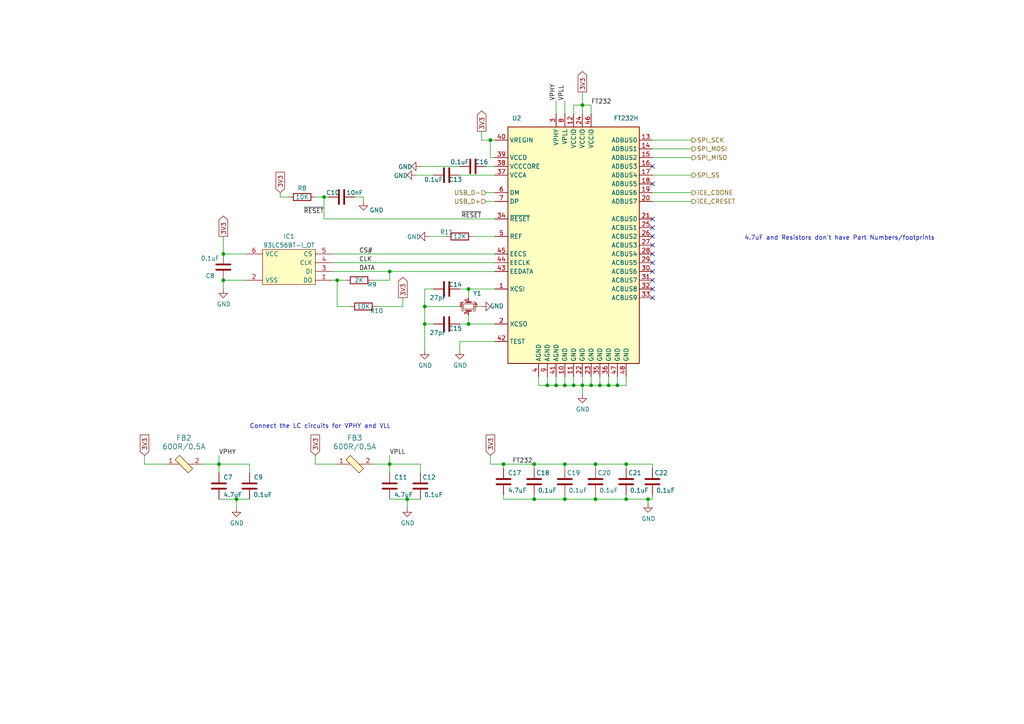
<source format=kicad_sch>
(kicad_sch (version 20211123) (generator eeschema)
  (paper "A4")
  (lib_symbols
    (symbol "93LC56BT-I_OT:93LC56BT-I_OT" (pin_names (offset 0.762))
      (property "Reference" "IC" (at -7.62 8.89 0))
      (property "Value" "93LC56BT-I_OT" (at -7.62 6.35 0))
      (symbol "93LC56BT-I_OT_0_0"
        (pin passive line (at 12.7 -3.81 180) (length 5.08) (name "DO") (number "1"))
        (pin passive line (at -12.7 -3.81 0) (length 5.08) (name "VSS") (number "2"))
        (pin passive line (at 12.7 -1.27 180) (length 5.08) (name "DI") (number "3"))
        (pin passive line (at 12.7 1.27 180) (length 5.08) (name "CLK") (number "4"))
        (pin passive line (at 12.7 3.81 180) (length 5.08) (name "CS") (number "5"))
        (pin passive line (at -12.7 3.81 0) (length 5.08) (name "VCC") (number "6"))
      )
      (symbol "93LC56BT-I_OT_0_1"
        (rectangle (start -7.62 5.08) (end 7.62 -5.08) (stroke (width 0.1524)) (fill (type background)))
      )
    )
    (symbol "Device:C" (pin_numbers hide) (pin_names (offset 0.254))
      (property "Reference" "C" (at 0.635 2.54 0))
      (property "Value" "C" (at 0.635 -2.54 0))
      (symbol "C_0_1"
        (polyline (pts (xy -2.032 -0.762) (xy 2.032 -0.762)) (stroke (width 0.508)))
        (polyline (pts (xy -2.032 0.762) (xy 2.032 0.762)) (stroke (width 0.508)))
      )
      (symbol "C_1_1"
        (pin passive line (at 0 3.81 270) (length 2.794) (name "~") (number "1"))
        (pin passive line (at 0 -3.81 90) (length 2.794) (name "~") (number "2"))
      )
    )
    (symbol "Device:Crystal_GND24_Small" (pin_names (offset 1.016) hide)
      (property "Reference" "Y" (at 1.27 4.445 0))
      (property "Value" "Crystal_GND24_Small" (at 1.27 2.54 0))
      (symbol "Crystal_GND24_Small_0_1"
        (rectangle (start -0.762 -1.524) (end 0.762 1.524))
        (polyline (pts (xy -1.27 -0.762) (xy -1.27 0.762)) (stroke (width 0.381)))
        (polyline (pts (xy 1.27 -0.762) (xy 1.27 0.762)) (stroke (width 0.381)))
        (polyline (pts (xy -1.27 -1.27) (xy -1.27 -1.905) (xy 1.27 -1.905) (xy 1.27 -1.27)))
        (polyline (pts (xy -1.27 1.27) (xy -1.27 1.905) (xy 1.27 1.905) (xy 1.27 1.27)))
      )
      (symbol "Crystal_GND24_Small_1_1"
        (pin passive line (at -2.54 0 0) (length 1.27) (name "1") (number "1"))
        (pin passive line (at 0 -2.54 90) (length 0.635) (name "2") (number "2"))
        (pin passive line (at 2.54 0 180) (length 1.27) (name "3") (number "3"))
        (pin passive line (at 0 2.54 270) (length 0.635) (name "4") (number "4"))
      )
    )
    (symbol "Device:R" (pin_numbers hide) (pin_names (offset 0))
      (property "Reference" "R" (at 2.032 0 90))
      (property "Value" "R" (at 0 0 90))
      (symbol "R_0_1"
        (rectangle (start -1.016 -2.54) (end 1.016 2.54) (stroke (width 0.254)))
      )
      (symbol "R_1_1"
        (pin passive line (at 0 3.81 270) (length 1.27) (name "~") (number "1"))
        (pin passive line (at 0 -3.81 90) (length 1.27) (name "~") (number "2"))
      )
    )
    (symbol "Interface_USB:FT232H"
      (property "Reference" "U" (at -19.05 35.56 0))
      (property "Value" "FT232H" (at 12.7 35.56 0))
      (symbol "FT232H_0_1"
        (rectangle (start -19.05 34.29) (end 19.05 -34.29) (stroke (width 0.254)) (fill (type background)))
      )
      (symbol "FT232H_1_1"
        (pin input line (at -22.86 -12.7 0) (length 3.81) (name "XCSI") (number "1"))
        (pin power_in line (at -2.54 -38.1 90) (length 3.81) (name "GND") (number "10"))
        (pin power_in line (at 0 -38.1 90) (length 3.81) (name "GND") (number "11"))
        (pin power_in line (at 0 38.1 270) (length 3.81) (name "VCCIO") (number "12"))
        (pin bidirectional line (at 22.86 30.48 180) (length 3.81) (name "ADBUS0") (number "13"))
        (pin bidirectional line (at 22.86 27.94 180) (length 3.81) (name "ADBUS1") (number "14"))
        (pin bidirectional line (at 22.86 25.4 180) (length 3.81) (name "ADBUS2") (number "15"))
        (pin bidirectional line (at 22.86 22.86 180) (length 3.81) (name "ADBUS3") (number "16"))
        (pin bidirectional line (at 22.86 20.32 180) (length 3.81) (name "ADBUS4") (number "17"))
        (pin bidirectional line (at 22.86 17.78 180) (length 3.81) (name "ADBUS5") (number "18"))
        (pin bidirectional line (at 22.86 15.24 180) (length 3.81) (name "ADBUS6") (number "19"))
        (pin output line (at -22.86 -22.86 0) (length 3.81) (name "XCSO") (number "2"))
        (pin bidirectional line (at 22.86 12.7 180) (length 3.81) (name "ADBUS7") (number "20"))
        (pin bidirectional line (at 22.86 7.62 180) (length 3.81) (name "ACBUS0") (number "21"))
        (pin power_in line (at 2.54 -38.1 90) (length 3.81) (name "GND") (number "22"))
        (pin power_in line (at 5.08 -38.1 90) (length 3.81) (name "GND") (number "23"))
        (pin power_in line (at 2.54 38.1 270) (length 3.81) (name "VCCIO") (number "24"))
        (pin bidirectional line (at 22.86 5.08 180) (length 3.81) (name "ACBUS1") (number "25"))
        (pin bidirectional line (at 22.86 2.54 180) (length 3.81) (name "ACBUS2") (number "26"))
        (pin bidirectional line (at 22.86 0 180) (length 3.81) (name "ACBUS3") (number "27"))
        (pin bidirectional line (at 22.86 -2.54 180) (length 3.81) (name "ACBUS4") (number "28"))
        (pin bidirectional line (at 22.86 -5.08 180) (length 3.81) (name "ACBUS5") (number "29"))
        (pin power_in line (at -5.08 38.1 270) (length 3.81) (name "VPHY") (number "3"))
        (pin bidirectional line (at 22.86 -7.62 180) (length 3.81) (name "ACBUS6") (number "30"))
        (pin bidirectional line (at 22.86 -10.16 180) (length 3.81) (name "ACBUS7") (number "31"))
        (pin bidirectional line (at 22.86 -12.7 180) (length 3.81) (name "ACBUS8") (number "32"))
        (pin bidirectional line (at 22.86 -15.24 180) (length 3.81) (name "ACBUS9") (number "33"))
        (pin input line (at -22.86 7.62 0) (length 3.81) (name "~{RESET}") (number "34"))
        (pin power_in line (at 7.62 -38.1 90) (length 3.81) (name "GND") (number "35"))
        (pin power_in line (at 10.16 -38.1 90) (length 3.81) (name "GND") (number "36"))
        (pin power_out line (at -22.86 20.32 0) (length 3.81) (name "VCCA") (number "37"))
        (pin power_out line (at -22.86 22.86 0) (length 3.81) (name "VCCCORE") (number "38"))
        (pin power_in line (at -22.86 25.4 0) (length 3.81) (name "VCCD") (number "39"))
        (pin power_in line (at -10.16 -38.1 90) (length 3.81) (name "AGND") (number "4"))
        (pin power_in line (at -22.86 30.48 0) (length 3.81) (name "VREGIN") (number "40"))
        (pin power_in line (at -5.08 -38.1 90) (length 3.81) (name "AGND") (number "41"))
        (pin input line (at -22.86 -27.94 0) (length 3.81) (name "TEST") (number "42"))
        (pin bidirectional line (at -22.86 -7.62 0) (length 3.81) (name "EEDATA") (number "43"))
        (pin input line (at -22.86 -5.08 0) (length 3.81) (name "EECLK") (number "44"))
        (pin input line (at -22.86 -2.54 0) (length 3.81) (name "EECS") (number "45"))
        (pin power_in line (at 5.08 38.1 270) (length 3.81) (name "VCCIO") (number "46"))
        (pin power_in line (at 12.7 -38.1 90) (length 3.81) (name "GND") (number "47"))
        (pin power_in line (at 15.24 -38.1 90) (length 3.81) (name "GND") (number "48"))
        (pin input line (at -22.86 2.54 0) (length 3.81) (name "REF") (number "5"))
        (pin bidirectional line (at -22.86 15.24 0) (length 3.81) (name "DM") (number "6"))
        (pin bidirectional line (at -22.86 12.7 0) (length 3.81) (name "DP") (number "7"))
        (pin power_in line (at -2.54 38.1 270) (length 3.81) (name "VPLL") (number "8"))
        (pin power_in line (at -7.62 -38.1 90) (length 3.81) (name "AGND") (number "9"))
      )
    )
    (symbol "dk_Ferrite-Beads-and-Chips:BLM18AG601SN1D" (pin_names (offset 1.016))
      (property "Reference" "FB" (at -2.54 3.81 0))
      (property "Value" "BLM18AG601SN1D" (at 0 -3.81 0))
      (symbol "BLM18AG601SN1D_0_1"
        (polyline (pts (xy -1.27 0) (xy -2.54 0)))
        (polyline (pts (xy 1.27 0) (xy 2.54 0)))
        (polyline (pts (xy -1.27 2.54) (xy -2.54 1.27) (xy 1.27 -2.54) (xy 2.54 -1.27) (xy -1.27 2.54)) (fill (type background)))
      )
      (symbol "BLM18AG601SN1D_1_1"
        (pin passive line (at -5.08 0 0) (length 2.54) (name "~") (number "1"))
        (pin passive line (at 5.08 0 180) (length 2.54) (name "~") (number "2"))
      )
    )
    (symbol "power:GND" (power) (pin_names (offset 0))
      (property "Value" "GND" (at 0 -3.81 0))
      (symbol "GND_0_1"
        (polyline (pts (xy 0 0) (xy 0 -1.27) (xy 1.27 -1.27) (xy 0 -2.54) (xy -1.27 -1.27) (xy 0 -1.27)))
      )
      (symbol "GND_1_1"
        (pin power_in line (at 0 0 270) (length 0) hide (name "GND") (number "1"))
      )
    )
  )
  (junction (at 64.77 81.28))
  (junction (at 172.72 144.78))
  (junction (at 64.77 73.66))
  (junction (at 97.79 81.28))
  (junction (at 146.05 134.62))
  (junction (at 113.03 134.62))
  (junction (at 187.96 144.78))
  (junction (at 163.83 144.78))
  (junction (at 123.19 88.9))
  (junction (at 171.45 111.76))
  (junction (at 176.53 111.76))
  (junction (at 181.61 134.62))
  (junction (at 168.91 30.48))
  (junction (at 68.58 144.78))
  (junction (at 173.99 111.76))
  (junction (at 154.94 144.78))
  (junction (at 93.98 57.15))
  (junction (at 163.83 134.62))
  (junction (at 154.94 134.62))
  (junction (at 142.24 40.64))
  (junction (at 113.03 78.74))
  (junction (at 135.89 93.98))
  (junction (at 163.83 111.76))
  (junction (at 166.37 111.76))
  (junction (at 168.91 111.76))
  (junction (at 118.11 144.78))
  (junction (at 158.75 111.76))
  (junction (at 161.29 111.76))
  (junction (at 63.5 134.62))
  (junction (at 123.19 93.98))
  (junction (at 179.07 111.76))
  (junction (at 181.61 144.78))
  (junction (at 172.72 134.62))
  (junction (at 135.89 83.82))
  (no_connect (at 189.23 83.82))
  (no_connect (at 189.23 63.5))
  (no_connect (at 189.23 48.26))
  (no_connect (at 189.23 68.58))
  (no_connect (at 189.23 86.36))
  (no_connect (at 189.23 73.66))
  (no_connect (at 189.23 76.2))
  (no_connect (at 189.23 53.34))
  (no_connect (at 189.23 78.74))
  (no_connect (at 189.23 81.28))
  (no_connect (at 189.23 71.12))
  (no_connect (at 189.23 66.04))
  (wire (pts (xy 181.61 144.78) (xy 187.96 144.78)))
  (wire (pts (xy 142.24 45.72) (xy 142.24 40.64)))
  (wire (pts (xy 118.11 144.78) (xy 118.11 147.32)))
  (wire (pts (xy 64.77 68.58) (xy 64.77 73.66)))
  (wire (pts (xy 166.37 33.02) (xy 166.37 30.48)))
  (wire (pts (xy 181.61 111.76) (xy 181.61 109.22)))
  (wire (pts (xy 58.42 134.62) (xy 63.5 134.62)))
  (wire (pts (xy 91.44 57.15) (xy 93.98 57.15)))
  (wire (pts (xy 189.23 134.62) (xy 181.61 134.62)))
  (wire (pts (xy 143.51 40.64) (xy 142.24 40.64)))
  (wire (pts (xy 171.45 33.02) (xy 171.45 30.48)))
  (wire (pts (xy 123.19 93.98) (xy 123.19 101.6)))
  (wire (pts (xy 93.98 57.15) (xy 95.25 57.15)))
  (wire (pts (xy 187.96 144.78) (xy 189.23 144.78)))
  (wire (pts (xy 93.98 57.15) (xy 93.98 63.5)))
  (wire (pts (xy 135.89 91.44) (xy 135.89 93.98)))
  (wire (pts (xy 139.7 40.64) (xy 139.7 38.1)))
  (wire (pts (xy 166.37 111.76) (xy 168.91 111.76)))
  (wire (pts (xy 172.72 135.89) (xy 172.72 134.62)))
  (wire (pts (xy 135.89 93.98) (xy 133.35 93.98)))
  (wire (pts (xy 146.05 144.78) (xy 154.94 144.78)))
  (wire (pts (xy 139.7 88.9) (xy 138.43 88.9)))
  (wire (pts (xy 120.65 50.8) (xy 125.73 50.8)))
  (wire (pts (xy 163.83 143.51) (xy 163.83 144.78)))
  (wire (pts (xy 176.53 111.76) (xy 179.07 111.76)))
  (wire (pts (xy 143.51 93.98) (xy 135.89 93.98)))
  (wire (pts (xy 107.95 134.62) (xy 113.03 134.62)))
  (wire (pts (xy 163.83 135.89) (xy 163.83 134.62)))
  (wire (pts (xy 96.52 78.74) (xy 113.03 78.74)))
  (wire (pts (xy 163.83 144.78) (xy 172.72 144.78)))
  (wire (pts (xy 121.92 137.16) (xy 121.92 134.62)))
  (wire (pts (xy 63.5 134.62) (xy 63.5 132.08)))
  (wire (pts (xy 102.87 57.15) (xy 105.41 57.15)))
  (wire (pts (xy 168.91 111.76) (xy 168.91 114.3)))
  (wire (pts (xy 81.28 57.15) (xy 83.82 57.15)))
  (wire (pts (xy 189.23 144.78) (xy 189.23 143.51)))
  (wire (pts (xy 189.23 58.42) (xy 200.66 58.42)))
  (wire (pts (xy 161.29 109.22) (xy 161.29 111.76)))
  (wire (pts (xy 158.75 109.22) (xy 158.75 111.76)))
  (wire (pts (xy 143.51 45.72) (xy 142.24 45.72)))
  (wire (pts (xy 187.96 144.78) (xy 187.96 146.05)))
  (wire (pts (xy 133.35 99.06) (xy 133.35 101.6)))
  (wire (pts (xy 168.91 30.48) (xy 166.37 30.48)))
  (wire (pts (xy 189.23 50.8) (xy 200.66 50.8)))
  (wire (pts (xy 72.39 137.16) (xy 72.39 134.62)))
  (wire (pts (xy 171.45 109.22) (xy 171.45 111.76)))
  (wire (pts (xy 121.92 48.26) (xy 133.35 48.26)))
  (wire (pts (xy 133.35 99.06) (xy 143.51 99.06)))
  (wire (pts (xy 181.61 143.51) (xy 181.61 144.78)))
  (wire (pts (xy 146.05 134.62) (xy 154.94 134.62)))
  (wire (pts (xy 154.94 134.62) (xy 163.83 134.62)))
  (wire (pts (xy 146.05 135.89) (xy 146.05 134.62)))
  (wire (pts (xy 142.24 134.62) (xy 146.05 134.62)))
  (wire (pts (xy 142.24 132.08) (xy 142.24 134.62)))
  (wire (pts (xy 123.19 88.9) (xy 123.19 93.98)))
  (wire (pts (xy 154.94 144.78) (xy 163.83 144.78)))
  (wire (pts (xy 72.39 134.62) (xy 63.5 134.62)))
  (wire (pts (xy 71.12 81.28) (xy 64.77 81.28)))
  (wire (pts (xy 158.75 111.76) (xy 161.29 111.76)))
  (wire (pts (xy 163.83 111.76) (xy 166.37 111.76)))
  (wire (pts (xy 68.58 144.78) (xy 68.58 147.32)))
  (wire (pts (xy 168.91 33.02) (xy 168.91 30.48)))
  (wire (pts (xy 63.5 134.62) (xy 63.5 137.16)))
  (wire (pts (xy 168.91 109.22) (xy 168.91 111.76)))
  (wire (pts (xy 173.99 109.22) (xy 173.99 111.76)))
  (wire (pts (xy 163.83 33.02) (xy 163.83 29.21)))
  (wire (pts (xy 107.95 81.28) (xy 113.03 81.28)))
  (wire (pts (xy 156.21 109.22) (xy 156.21 111.76)))
  (wire (pts (xy 137.16 68.58) (xy 143.51 68.58)))
  (wire (pts (xy 189.23 45.72) (xy 200.66 45.72)))
  (wire (pts (xy 179.07 111.76) (xy 181.61 111.76)))
  (wire (pts (xy 163.83 134.62) (xy 172.72 134.62)))
  (wire (pts (xy 168.91 111.76) (xy 171.45 111.76)))
  (wire (pts (xy 123.19 83.82) (xy 123.19 88.9)))
  (wire (pts (xy 113.03 144.78) (xy 118.11 144.78)))
  (wire (pts (xy 124.46 68.58) (xy 129.54 68.58)))
  (wire (pts (xy 97.79 81.28) (xy 97.79 88.9)))
  (wire (pts (xy 121.92 144.78) (xy 118.11 144.78)))
  (wire (pts (xy 91.44 132.08) (xy 91.44 134.62)))
  (wire (pts (xy 163.83 109.22) (xy 163.83 111.76)))
  (wire (pts (xy 181.61 134.62) (xy 181.61 135.89)))
  (wire (pts (xy 166.37 109.22) (xy 166.37 111.76)))
  (wire (pts (xy 172.72 134.62) (xy 181.61 134.62)))
  (wire (pts (xy 135.89 83.82) (xy 143.51 83.82)))
  (wire (pts (xy 168.91 30.48) (xy 168.91 26.67)))
  (wire (pts (xy 97.79 88.9) (xy 101.6 88.9)))
  (wire (pts (xy 121.92 134.62) (xy 113.03 134.62)))
  (wire (pts (xy 93.98 63.5) (xy 143.51 63.5)))
  (wire (pts (xy 171.45 111.76) (xy 173.99 111.76)))
  (wire (pts (xy 154.94 143.51) (xy 154.94 144.78)))
  (wire (pts (xy 135.89 83.82) (xy 133.35 83.82)))
  (wire (pts (xy 105.41 57.15) (xy 105.41 58.42)))
  (wire (pts (xy 143.51 55.88) (xy 140.97 55.88)))
  (wire (pts (xy 96.52 76.2) (xy 143.51 76.2)))
  (wire (pts (xy 143.51 58.42) (xy 140.97 58.42)))
  (wire (pts (xy 146.05 143.51) (xy 146.05 144.78)))
  (wire (pts (xy 189.23 40.64) (xy 200.66 40.64)))
  (wire (pts (xy 156.21 111.76) (xy 158.75 111.76)))
  (wire (pts (xy 133.35 88.9) (xy 123.19 88.9)))
  (wire (pts (xy 189.23 55.88) (xy 200.66 55.88)))
  (wire (pts (xy 179.07 109.22) (xy 179.07 111.76)))
  (wire (pts (xy 64.77 81.28) (xy 64.77 83.82)))
  (wire (pts (xy 135.89 83.82) (xy 135.89 86.36)))
  (wire (pts (xy 172.72 144.78) (xy 181.61 144.78)))
  (wire (pts (xy 173.99 111.76) (xy 176.53 111.76)))
  (wire (pts (xy 123.19 83.82) (xy 125.73 83.82)))
  (wire (pts (xy 189.23 135.89) (xy 189.23 134.62)))
  (wire (pts (xy 113.03 134.62) (xy 113.03 137.16)))
  (wire (pts (xy 172.72 143.51) (xy 172.72 144.78)))
  (wire (pts (xy 176.53 109.22) (xy 176.53 111.76)))
  (wire (pts (xy 125.73 93.98) (xy 123.19 93.98)))
  (wire (pts (xy 97.79 81.28) (xy 100.33 81.28)))
  (wire (pts (xy 154.94 135.89) (xy 154.94 134.62)))
  (wire (pts (xy 113.03 78.74) (xy 143.51 78.74)))
  (wire (pts (xy 96.52 81.28) (xy 97.79 81.28)))
  (wire (pts (xy 96.52 73.66) (xy 143.51 73.66)))
  (wire (pts (xy 72.39 144.78) (xy 68.58 144.78)))
  (wire (pts (xy 189.23 43.18) (xy 200.66 43.18)))
  (wire (pts (xy 140.97 48.26) (xy 143.51 48.26)))
  (wire (pts (xy 113.03 134.62) (xy 113.03 132.08)))
  (wire (pts (xy 63.5 144.78) (xy 68.58 144.78)))
  (wire (pts (xy 113.03 81.28) (xy 113.03 78.74)))
  (wire (pts (xy 161.29 33.02) (xy 161.29 29.21)))
  (wire (pts (xy 171.45 30.48) (xy 168.91 30.48)))
  (wire (pts (xy 41.91 134.62) (xy 48.26 134.62)))
  (wire (pts (xy 142.24 40.64) (xy 139.7 40.64)))
  (wire (pts (xy 41.91 132.08) (xy 41.91 134.62)))
  (wire (pts (xy 91.44 134.62) (xy 97.79 134.62)))
  (wire (pts (xy 161.29 111.76) (xy 163.83 111.76)))
  (wire (pts (xy 71.12 73.66) (xy 64.77 73.66)))
  (wire (pts (xy 116.84 88.9) (xy 116.84 86.36)))
  (wire (pts (xy 133.35 50.8) (xy 143.51 50.8)))
  (wire (pts (xy 81.28 55.88) (xy 81.28 57.15)))
  (wire (pts (xy 109.22 88.9) (xy 116.84 88.9)))
  (text "4.7uF and Resistors don't have Part Numbers/footprints" (at 215.9 69.85 0) (effects (font (size 1.27 1.27)) (justify left bottom)))
  (text "Connect the LC circuits for VPHY and VLL" (at 72.39 124.46 0) (effects (font (size 1.27 1.27)) (justify left bottom)))
  (label "VPLL" (at 163.83 29.21 90))
  (label "VPHY" (at 161.29 29.21 90))
  (label "~{RESET}" (at 139.7 63.5 180))
  (label "VPLL" (at 113.03 132.08 0))
  (label "~{RESET}" (at 93.98 62.23 180))
  (label "FT232" (at 148.59 134.62 0))
  (label "FT232" (at 171.45 30.48 0))
  (label "CLK" (at 104.14 76.2 0))
  (label "DATA" (at 104.14 78.74 0))
  (label "VPHY" (at 63.5 132.08 0))
  (label "CS#" (at 104.14 73.66 0))
  (global_label "3V3" (shape input) (at 142.24 132.08 90) (property "Intersheet References" "${INTERSHEET_REFS}" (effects hide)))
  (global_label "3V3" (shape output) (at 139.7 38.1 90) (property "Intersheet References" "${INTERSHEET_REFS}" (effects hide)))
  (global_label "3V3" (shape output) (at 168.91 26.67 90) (property "Intersheet References" "${INTERSHEET_REFS}" (effects hide)))
  (global_label "3V3" (shape output) (at 116.84 86.36 90) (property "Intersheet References" "${INTERSHEET_REFS}" (effects hide)))
  (global_label "3V3" (shape input) (at 41.91 132.08 90) (property "Intersheet References" "${INTERSHEET_REFS}" (effects hide)))
  (global_label "3V3" (shape input) (at 91.44 132.08 90) (property "Intersheet References" "${INTERSHEET_REFS}" (effects hide)))
  (global_label "3V3" (shape input) (at 81.28 55.88 90) (property "Intersheet References" "${INTERSHEET_REFS}" (effects hide)))
  (global_label "3V3" (shape output) (at 64.77 68.58 90) (property "Intersheet References" "${INTERSHEET_REFS}" (effects hide)))
  (hierarchical_label "USB_D+" (shape input) (at 140.97 58.42 180))
  (hierarchical_label "USB_D-" (shape input) (at 140.97 55.88 180))
  (hierarchical_label "SPI_MISO" (shape output) (at 200.66 45.72 0))
  (hierarchical_label "iCE_CRESET" (shape output) (at 200.66 58.42 0))
  (hierarchical_label "SPI_MOSI" (shape output) (at 200.66 43.18 0))
  (hierarchical_label "iCE_CDONE" (shape output) (at 200.66 55.88 0))
  (hierarchical_label "SPI_SCK" (shape output) (at 200.66 40.64 0))
  (hierarchical_label "SPI_SS" (shape output) (at 200.66 50.8 0))
  (symbol (lib_id "dk_Ferrite-Beads-and-Chips:BLM18AG601SN1D") (at 53.34 134.62 0) (unit 1)
    (property "Reference" "FB2" (at 53.34 127 0) (effects (font (size 1.524 1.524))))
    (property "Value" "600R/0.5A" (at 53.34 129.54 0) (effects (font (size 1.524 1.524))))
    (property "Footprint" "digikey-footprints:0603" (effects hide))
    (property "Datasheet" "https://www.murata.com/en-us/products/productdata/8796738650142/ENFA0003.pdf" (effects hide))
    (property "Digi-Key_PN" "490-1014-1-ND" (effects hide))
    (property "MPN" "BLM18AG601SN1D" (effects hide))
    (property "Category" "Filters" (effects hide))
    (property "Family" "Ferrite Beads and Chips" (effects hide))
    (property "DK_Datasheet_Link" "https://www.murata.com/en-us/products/productdata/8796738650142/ENFA0003.pdf" (effects hide))
    (property "DK_Detail_Page" "/product-detail/en/murata-electronics-north-america/BLM18AG601SN1D/490-1014-1-ND/584462" (effects hide))
    (property "Description" "FERRITE BEAD 600 OHM 0603 1LN" (effects hide))
    (property "Manufacturer" "Murata Electronics North America" (effects hide))
    (property "Status" "Active" (effects hide))
    (property "Manufacturer Part Number" "BLM18AG601SN1D" (effects hide))
    (property "Package" "0603" (effects hide))
    (property "Type" "SMD" (effects hide))
  )
  (symbol (lib_id "dk_Ferrite-Beads-and-Chips:BLM18AG601SN1D") (at 102.87 134.62 0) (unit 1)
    (property "Reference" "FB3" (at 102.87 127 0) (effects (font (size 1.524 1.524))))
    (property "Value" "600R/0.5A" (at 102.87 129.54 0) (effects (font (size 1.524 1.524))))
    (property "Footprint" "digikey-footprints:0603" (effects hide))
    (property "Datasheet" "https://www.murata.com/en-us/products/productdata/8796738650142/ENFA0003.pdf" (effects hide))
    (property "Digi-Key_PN" "490-1014-1-ND" (effects hide))
    (property "MPN" "BLM18AG601SN1D" (effects hide))
    (property "Category" "Filters" (effects hide))
    (property "Family" "Ferrite Beads and Chips" (effects hide))
    (property "DK_Datasheet_Link" "https://www.murata.com/en-us/products/productdata/8796738650142/ENFA0003.pdf" (effects hide))
    (property "DK_Detail_Page" "/product-detail/en/murata-electronics-north-america/BLM18AG601SN1D/490-1014-1-ND/584462" (effects hide))
    (property "Description" "FERRITE BEAD 600 OHM 0603 1LN" (effects hide))
    (property "Manufacturer" "Murata Electronics North America" (effects hide))
    (property "Status" "Active" (effects hide))
    (property "Manufacturer Part Number" "BLM18AG601SN1D" (effects hide))
    (property "Package" "0603" (effects hide))
    (property "Type" "SMD" (effects hide))
  )
  (symbol (lib_id "power:GND") (at 124.46 68.58 270) (unit 1)
    (property "Reference" "#PWR014" (effects hide))
    (property "Value" "GND" (at 120.0658 68.707 90))
  )
  (symbol (lib_id "Device:R") (at 133.35 68.58 270) (unit 1)
    (property "Reference" "R11" (at 129.54 67.31 90))
    (property "Value" "12K" (at 133.35 68.58 90))
    (property "Footprint" "Resistor_SMD:R_0402_1005Metric_Pad0.72x0.64mm_HandSolder" (effects hide))
    (property "Description" "RES 10K OHM 1% 1/16W 0402" (effects hide))
    (property "Manufacturer" "Stackpole Electronics Inc" (effects hide))
    (property "Manufacturer Part Number" "RMCF0402FT12K0" (effects hide))
    (property "Package" "0402" (effects hide))
  )
  (symbol (lib_id "power:GND") (at 168.91 114.3 0) (unit 1)
    (property "Reference" "#PWR016" (effects hide))
    (property "Value" "GND" (at 169.037 118.6942 0))
  )
  (symbol (lib_id "power:GND") (at 123.19 101.6 0) (unit 1)
    (property "Reference" "#PWR013" (effects hide))
    (property "Value" "GND" (at 123.317 105.9942 0))
  )
  (symbol (lib_id "power:GND") (at 121.92 48.26 270) (unit 1)
    (property "Reference" "#PWR012" (effects hide))
    (property "Value" "GND" (at 117.5258 48.387 90))
  )
  (symbol (lib_id "power:GND") (at 120.65 50.8 270) (unit 1)
    (property "Reference" "#PWR011" (effects hide))
    (property "Value" "GND" (at 116.2558 50.927 90))
  )
  (symbol (lib_id "Interface_USB:FT232H") (at 166.37 71.12 0) (unit 1)
    (property "Reference" "U2" (at 149.86 34.29 0))
    (property "Value" "FT232H" (at 181.61 34.29 0))
    (property "Footprint" "Package_QFP:LQFP-48_7x7mm_P0.5mm" (effects hide))
    (property "Datasheet" "https://www.ftdichip.com/Support/Documents/DataSheets/ICs/DS_FT232H.pdf" (effects hide))
    (property "Description" "IC HS USB TO UART/FIFO 48LQFP" (effects hide))
    (property "Manufacturer" "FTDI, Future Technology Devices International Ltd" (effects hide))
    (property "Manufacturer Part Number" "FT232HL" (effects hide))
    (property "Package" "LQFP-48" (effects hide))
    (property "Type" "SMD" (effects hide))
  )
  (symbol (lib_id "93LC56BT-I_OT:93LC56BT-I_OT") (at 83.82 77.47 0) (unit 1)
    (property "Reference" "IC1" (at 83.82 68.58 0))
    (property "Value" "93LC56BT-I_OT" (at 83.82 71.12 0))
    (property "Footprint" "93LC56B-I_OT_KiCad:SOT95P270X145-6N" (effects hide))
    (property "Datasheet" "http://ww1.microchip.com/downloads/en/DeviceDoc/21794G.pdf" (effects hide))
    (property "Description" "2K,128 X 16,Serial EE,SOT23" (effects hide))
    (property "Height" "1.45" (effects hide))
    (property "Manufacturer_Name" "Microchip" (effects hide))
    (property "Manufacturer_Part_Number" "93LC56BT-I/OT" (effects hide))
    (property "Mouser Part Number" "579-93LC56BT-I/OT" (effects hide))
    (property "Mouser Price/Stock" "https://www.mouser.co.uk/ProductDetail/Microchip-Technology/93LC56BT-I-OT?qs=lQv0JY93vrc7B5Rh5LPW8g%3D%3D" (effects hide))
    (property "Arrow Part Number" "93LC56BT-I/OT" (effects hide))
    (property "Arrow Price/Stock" "https://www.arrow.com/en/products/93lc56bt-iot/microchip-technology" (effects hide))
    (property "Manufacturer" "Microchip" (effects hide))
    (property "Manufacturer Part Number" "93LC56BT-I/OT" (effects hide))
    (property "Package" "SOT23-6" (effects hide))
    (property "Type" "SMD" (effects hide))
  )
  (symbol (lib_id "power:GND") (at 64.77 83.82 0) (unit 1)
    (property "Reference" "#PWR07" (effects hide))
    (property "Value" "GND" (at 64.897 88.2142 0))
  )
  (symbol (lib_id "Device:R") (at 104.14 81.28 270) (unit 1)
    (property "Reference" "R9" (at 107.95 82.55 90))
    (property "Value" "2K" (at 104.14 81.28 90))
    (property "Footprint" "Resistor_SMD:R_0402_1005Metric_Pad0.72x0.64mm_HandSolder" (effects hide))
    (property "Description" "RES 2K OHM 1% 1/16W 0402" (effects hide))
    (property "Manufacturer" "Stackpole Electronics Inc" (effects hide))
    (property "Manufacturer Part Number" "RMCF0402FT2K00" (effects hide))
    (property "Package" "0402" (effects hide))
  )
  (symbol (lib_id "Device:R") (at 105.41 88.9 270) (unit 1)
    (property "Reference" "R10" (at 109.22 90.17 90))
    (property "Value" "10K" (at 105.41 88.9 90))
    (property "Footprint" "Resistor_SMD:R_0402_1005Metric_Pad0.72x0.64mm_HandSolder" (effects hide))
    (property "Description" "RES 10K OHM 1% 1/16W 0402" (effects hide))
    (property "Manufacturer" "Stackpole Electronics Inc" (effects hide))
    (property "Manufacturer Part Number" "RMCF0402FT10K0" (effects hide))
    (property "Package" "0402" (effects hide))
  )
  (symbol (lib_id "power:GND") (at 133.35 101.6 0) (unit 1)
    (property "Reference" "#PWR015" (effects hide))
    (property "Value" "GND" (at 133.477 105.9942 0))
  )
  (symbol (lib_id "Device:C") (at 129.54 93.98 270) (unit 1)
    (property "Reference" "C15" (at 132.08 95.25 90))
    (property "Value" "27pF" (at 127 96.52 90))
    (property "Footprint" "Capacitor_SMD:C_0603_1608Metric_Pad1.08x0.95mm_HandSolder" (effects hide))
    (property "Manufacturer Part Number" "GRM1885C1H270JA01D" (effects hide))
    (property "Package" "0603" (effects hide))
    (property "Type" "SMD" (effects hide))
    (property "Description" "CAP CER 27PF 50V C0G/NP0 0603" (effects hide))
    (property "Manufacturer" "Murata Electronics" (effects hide))
  )
  (symbol (lib_id "Device:C") (at 129.54 83.82 270) (unit 1)
    (property "Reference" "C14" (at 132.08 82.55 90))
    (property "Value" "27pF" (at 127 86.36 90))
    (property "Footprint" "Capacitor_SMD:C_0603_1608Metric_Pad1.08x0.95mm_HandSolder" (effects hide))
    (property "Manufacturer Part Number" "GRM1885C1H270JA01D" (effects hide))
    (property "Package" "0603" (effects hide))
    (property "Type" "SMD" (effects hide))
    (property "Description" "CAP CER 27PF 50V C0G/NP0 0603" (effects hide))
    (property "Manufacturer" "Murata Electronics" (effects hide))
  )
  (symbol (lib_id "Device:C") (at 63.5 140.97 0) (unit 1)
    (property "Reference" "C7" (at 64.77 138.43 0) (effects (justify left)))
    (property "Value" "4.7uF" (at 64.77 143.51 0) (effects (justify left)))
    (property "Footprint" "Capacitor_SMD:C_0402_1005Metric_Pad0.74x0.62mm_HandSolder" (effects hide))
    (property "Part Number" "GRM155C80J475MEAAD" (effects hide))
    (property "Manufacturer" "Murata Electronics" (effects hide))
    (property "Manufacturer Part Number" "GRM155C80J475MEAAD" (effects hide))
    (property "Description" "CAP CER 4.7UF 6.3V X6S 0402" (effects hide))
    (property "Package" "0402" (effects hide))
    (property "Type" "SMD" (effects hide))
  )
  (symbol (lib_id "power:GND") (at 68.58 147.32 0) (unit 1)
    (property "Reference" "#PWR08" (effects hide))
    (property "Value" "GND" (at 68.707 151.7142 0))
  )
  (symbol (lib_id "Device:C") (at 113.03 140.97 0) (unit 1)
    (property "Reference" "C11" (at 114.3 138.43 0) (effects (justify left)))
    (property "Value" "4.7uF" (at 114.3 143.51 0) (effects (justify left)))
    (property "Footprint" "Capacitor_SMD:C_0402_1005Metric_Pad0.74x0.62mm_HandSolder" (effects hide))
    (property "Part Number" "GRM155C80J475MEAAD" (effects hide))
    (property "Manufacturer" "Murata Electronics" (effects hide))
    (property "Manufacturer Part Number" "GRM155C80J475MEAAD" (effects hide))
    (property "Description" "CAP CER 4.7UF 6.3V X6S 0402" (effects hide))
    (property "Package" "0402" (effects hide))
    (property "Type" "SMD" (effects hide))
  )
  (symbol (lib_id "power:GND") (at 118.11 147.32 0) (unit 1)
    (property "Reference" "#PWR010" (effects hide))
    (property "Value" "GND" (at 118.237 151.7142 0))
  )
  (symbol (lib_id "Device:C") (at 146.05 139.7 0) (unit 1)
    (property "Reference" "C17" (at 147.32 137.16 0) (effects (justify left)))
    (property "Value" "4.7uF" (at 147.32 142.24 0) (effects (justify left)))
    (property "Footprint" "Capacitor_SMD:C_0402_1005Metric_Pad0.74x0.62mm_HandSolder" (effects hide))
    (property "Part Number" "GRM155C80J475MEAAD" (effects hide))
    (property "Manufacturer" "Murata Electronics" (effects hide))
    (property "Manufacturer Part Number" "GRM155C80J475MEAAD" (effects hide))
    (property "Description" "CAP CER 4.7UF 6.3V X6S 0402" (effects hide))
    (property "Package" "0402" (effects hide))
    (property "Type" "SMD" (effects hide))
  )
  (symbol (lib_id "Device:C") (at 137.16 48.26 270) (unit 1)
    (property "Reference" "C16" (at 139.7 46.99 90))
    (property "Value" "0.1uF" (at 133.35 46.99 90))
    (property "Footprint" "Capacitor_SMD:C_0402_1005Metric_Pad0.74x0.62mm_HandSolder" (effects hide))
    (property "Part Number" "GCM155R71C104KA55J" (effects hide))
    (property "Description" "CAP CER 0.1UF 16V X7R 0402" (effects hide))
    (property "Manufacturer" "Murata Electronics" (effects hide))
    (property "Manufacturer Part Number" "GCM155R71C104KA55J" (effects hide))
    (property "Package" "0402" (effects hide))
    (property "Type" "SMD" (effects hide))
  )
  (symbol (lib_id "Device:C") (at 129.54 50.8 270) (unit 1)
    (property "Reference" "C13" (at 132.08 52.07 90))
    (property "Value" "0.1uF" (at 125.73 52.07 90))
    (property "Footprint" "Capacitor_SMD:C_0402_1005Metric_Pad0.74x0.62mm_HandSolder" (effects hide))
    (property "Part Number" "GCM155R71C104KA55J" (effects hide))
    (property "Description" "CAP CER 0.1UF 16V X7R 0402" (effects hide))
    (property "Manufacturer" "Murata Electronics" (effects hide))
    (property "Manufacturer Part Number" "GCM155R71C104KA55J" (effects hide))
    (property "Package" "0402" (effects hide))
    (property "Type" "SMD" (effects hide))
  )
  (symbol (lib_id "Device:C") (at 64.77 77.47 180) (unit 1)
    (property "Reference" "C8" (at 60.96 80.01 0))
    (property "Value" "0.1uF" (at 60.96 74.93 0))
    (property "Footprint" "Capacitor_SMD:C_0402_1005Metric_Pad0.74x0.62mm_HandSolder" (effects hide))
    (property "Part Number" "GCM155R71C104KA55J" (effects hide))
    (property "Description" "CAP CER 0.1UF 16V X7R 0402" (effects hide))
    (property "Manufacturer" "Murata Electronics" (effects hide))
    (property "Manufacturer Part Number" "GCM155R71C104KA55J" (effects hide))
    (property "Package" "0402" (effects hide))
    (property "Type" "SMD" (effects hide))
  )
  (symbol (lib_id "Device:C") (at 72.39 140.97 180) (unit 1)
    (property "Reference" "C9" (at 74.93 138.43 0))
    (property "Value" "0.1uF" (at 76.2 143.51 0))
    (property "Footprint" "Capacitor_SMD:C_0402_1005Metric_Pad0.74x0.62mm_HandSolder" (effects hide))
    (property "Part Number" "GCM155R71C104KA55J" (effects hide))
    (property "Description" "CAP CER 0.1UF 16V X7R 0402" (effects hide))
    (property "Manufacturer" "Murata Electronics" (effects hide))
    (property "Manufacturer Part Number" "GCM155R71C104KA55J" (effects hide))
    (property "Package" "0402" (effects hide))
    (property "Type" "SMD" (effects hide))
  )
  (symbol (lib_id "Device:C") (at 121.92 140.97 180) (unit 1)
    (property "Reference" "C12" (at 124.46 138.43 0))
    (property "Value" "0.1uF" (at 125.73 143.51 0))
    (property "Footprint" "Capacitor_SMD:C_0402_1005Metric_Pad0.74x0.62mm_HandSolder" (effects hide))
    (property "Part Number" "GCM155R71C104KA55J" (effects hide))
    (property "Description" "CAP CER 0.1UF 16V X7R 0402" (effects hide))
    (property "Manufacturer" "Murata Electronics" (effects hide))
    (property "Manufacturer Part Number" "GCM155R71C104KA55J" (effects hide))
    (property "Package" "0402" (effects hide))
    (property "Type" "SMD" (effects hide))
  )
  (symbol (lib_id "Device:C") (at 154.94 139.7 180) (unit 1)
    (property "Reference" "C18" (at 157.48 137.16 0))
    (property "Value" "0.1uF" (at 158.75 142.24 0))
    (property "Footprint" "Capacitor_SMD:C_0402_1005Metric_Pad0.74x0.62mm_HandSolder" (effects hide))
    (property "Part Number" "GCM155R71C104KA55J" (effects hide))
    (property "Description" "CAP CER 0.1UF 16V X7R 0402" (effects hide))
    (property "Manufacturer" "Murata Electronics" (effects hide))
    (property "Manufacturer Part Number" "GCM155R71C104KA55J" (effects hide))
    (property "Package" "0402" (effects hide))
    (property "Type" "SMD" (effects hide))
  )
  (symbol (lib_id "Device:C") (at 163.83 139.7 180) (unit 1)
    (property "Reference" "C19" (at 166.37 137.16 0))
    (property "Value" "0.1uF" (at 167.64 142.24 0))
    (property "Footprint" "Capacitor_SMD:C_0402_1005Metric_Pad0.74x0.62mm_HandSolder" (effects hide))
    (property "Part Number" "GCM155R71C104KA55J" (effects hide))
    (property "Description" "CAP CER 0.1UF 16V X7R 0402" (effects hide))
    (property "Manufacturer" "Murata Electronics" (effects hide))
    (property "Manufacturer Part Number" "GCM155R71C104KA55J" (effects hide))
    (property "Package" "0402" (effects hide))
    (property "Type" "SMD" (effects hide))
  )
  (symbol (lib_id "Device:C") (at 172.72 139.7 180) (unit 1)
    (property "Reference" "C20" (at 175.26 137.16 0))
    (property "Value" "0.1uF" (at 176.53 142.24 0))
    (property "Footprint" "Capacitor_SMD:C_0402_1005Metric_Pad0.74x0.62mm_HandSolder" (effects hide))
    (property "Part Number" "GCM155R71C104KA55J" (effects hide))
    (property "Description" "CAP CER 0.1UF 16V X7R 0402" (effects hide))
    (property "Manufacturer" "Murata Electronics" (effects hide))
    (property "Manufacturer Part Number" "GCM155R71C104KA55J" (effects hide))
    (property "Package" "0402" (effects hide))
    (property "Type" "SMD" (effects hide))
  )
  (symbol (lib_id "power:GND") (at 187.96 146.05 0) (unit 1)
    (property "Reference" "#PWR017" (effects hide))
    (property "Value" "GND" (at 188.087 150.4442 0))
  )
  (symbol (lib_id "Device:C") (at 181.61 139.7 180) (unit 1)
    (property "Reference" "C21" (at 184.15 137.16 0))
    (property "Value" "0.1uF" (at 185.42 142.24 0))
    (property "Footprint" "Capacitor_SMD:C_0402_1005Metric_Pad0.74x0.62mm_HandSolder" (effects hide))
    (property "Part Number" "GCM155R71C104KA55J" (effects hide))
    (property "Description" "CAP CER 0.1UF 16V X7R 0402" (effects hide))
    (property "Manufacturer" "Murata Electronics" (effects hide))
    (property "Manufacturer Part Number" "GCM155R71C104KA55J" (effects hide))
    (property "Package" "0402" (effects hide))
    (property "Type" "SMD" (effects hide))
  )
  (symbol (lib_id "Device:C") (at 189.23 139.7 180) (unit 1)
    (property "Reference" "C22" (at 191.77 137.16 0))
    (property "Value" "0.1uF" (at 193.04 142.24 0))
    (property "Footprint" "Capacitor_SMD:C_0402_1005Metric_Pad0.74x0.62mm_HandSolder" (effects hide))
    (property "Part Number" "GCM155R71C104KA55J" (effects hide))
    (property "Description" "CAP CER 0.1UF 16V X7R 0402" (effects hide))
    (property "Manufacturer" "Murata Electronics" (effects hide))
    (property "Manufacturer Part Number" "GCM155R71C104KA55J" (effects hide))
    (property "Package" "0402" (effects hide))
    (property "Type" "SMD" (effects hide))
  )
  (symbol (lib_id "Device:R") (at 87.63 57.15 270) (unit 1)
    (property "Reference" "R8" (at 87.63 54.61 90))
    (property "Value" "10K" (at 87.63 57.15 90))
    (property "Footprint" "Resistor_SMD:R_0402_1005Metric_Pad0.72x0.64mm_HandSolder" (effects hide))
    (property "Description" "RES 10K OHM 1% 1/16W 0402" (effects hide))
    (property "Manufacturer" "Stackpole Electronics Inc" (effects hide))
    (property "Manufacturer Part Number" "RMCF0402FT10K0" (effects hide))
    (property "Package" "0402" (effects hide))
  )
  (symbol (lib_id "Device:C") (at 99.06 57.15 270) (unit 1)
    (property "Reference" "C10" (at 96.52 55.88 90))
    (property "Value" "10nF" (at 102.87 55.88 90))
    (property "Footprint" "Capacitor_SMD:C_0402_1005Metric_Pad0.74x0.62mm_HandSolder" (effects hide))
    (property "Part Number" "GRM155R71H103KA88J" (effects hide))
    (property "Description" "CAP CER 10000PF 50V X7R 0402" (effects hide))
    (property "Manufacturer" "Murata Electronics" (effects hide))
    (property "Manufacturer Part Number" "GRM155R71H103KA88J" (effects hide))
    (property "Package" "0402" (effects hide))
    (property "Type" "SMD" (effects hide))
  )
  (symbol (lib_id "power:GND") (at 105.41 58.42 0) (unit 1)
    (property "Reference" "#PWR09" (effects hide))
    (property "Value" "GND" (at 109.22 60.96 0))
  )
  (symbol (lib_id "Device:Crystal_GND24_Small") (at 135.89 88.9 270) (unit 1)
    (property "Reference" "Y1" (at 137.16 85.09 90) (effects (justify left)))
    (property "Value" "Crystal_GND24_Small" (effects hide))
    (property "Footprint" "Crystal:Crystal_SMD_3225-4Pin_3.2x2.5mm" (effects hide))
    (property "Part Number" "ABM8-12.000MHZ-B2-T" (effects hide))
    (property "Description" "CRYSTAL 12.0000MHZ 18PF SMD" (effects hide))
    (property "Manufacturer" "Abracon LLC" (effects hide))
    (property "Manufacturer Part Number" "ABM8-12.000MHZ-B2-T" (effects hide))
    (property "Package" "4 Pin Crystal" (effects hide))
    (property "Type" "SMD" (effects hide))
  )
  (symbol (lib_id "power:GND") (at 139.7 88.9 90) (unit 1)
    (property "Reference" "#PWR027" (effects hide))
    (property "Value" "GND" (at 144.0942 88.773 90))
  )
)
</source>
